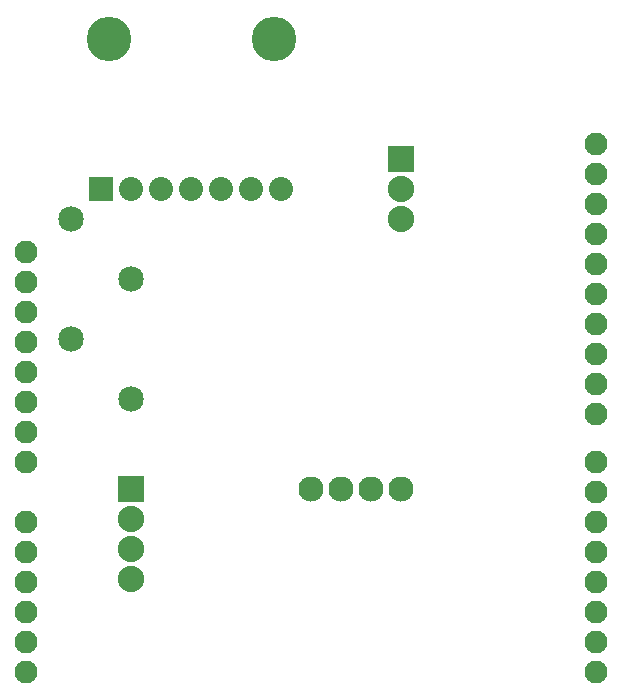
<source format=gbs>
G04 MADE WITH FRITZING*
G04 WWW.FRITZING.ORG*
G04 DOUBLE SIDED*
G04 HOLES PLATED*
G04 CONTOUR ON CENTER OF CONTOUR VECTOR*
%ASAXBY*%
%FSLAX23Y23*%
%MOIN*%
%OFA0B0*%
%SFA1.0B1.0*%
%ADD10C,0.085000*%
%ADD11C,0.088000*%
%ADD12C,0.148425*%
%ADD13C,0.080000*%
%ADD14C,0.083889*%
%ADD15C,0.076194*%
%ADD16C,0.076222*%
%ADD17R,0.088000X0.088000*%
%ADD18R,0.080000X0.080000*%
%LNMASK0*%
G90*
G70*
G54D10*
X2401Y2750D03*
X2401Y3150D03*
G54D11*
X2401Y2450D03*
X2401Y2350D03*
X2401Y2250D03*
X2401Y2150D03*
X3301Y3550D03*
X3301Y3450D03*
X3301Y3350D03*
G54D12*
X2326Y3950D03*
G54D13*
X2901Y3450D03*
X2301Y3450D03*
X2401Y3450D03*
G54D12*
X2876Y3950D03*
G54D13*
X2501Y3450D03*
X2601Y3450D03*
X2701Y3450D03*
X2801Y3450D03*
G54D14*
X3301Y2450D03*
X3201Y2450D03*
X3101Y2450D03*
X3001Y2450D03*
G54D10*
X2201Y2950D03*
X2201Y3350D03*
G54D15*
X2051Y2240D03*
X2051Y2140D03*
X2051Y2040D03*
X2051Y1940D03*
X2051Y1840D03*
G54D16*
X3951Y2700D03*
X3951Y2800D03*
X3951Y2900D03*
X3951Y3000D03*
X3951Y3100D03*
X3951Y3200D03*
X3951Y3300D03*
X3951Y3400D03*
X3951Y3500D03*
X3951Y3600D03*
X3951Y1840D03*
X3951Y1940D03*
X3951Y2040D03*
X3951Y2140D03*
X3951Y2240D03*
X3951Y2340D03*
X3951Y2440D03*
X3951Y2540D03*
G54D15*
X2051Y3140D03*
X2051Y3240D03*
X2051Y3040D03*
X2051Y2940D03*
X2051Y2840D03*
X2051Y2740D03*
X2051Y2640D03*
X2051Y2540D03*
X2051Y2340D03*
G54D17*
X2401Y2450D03*
X3301Y3550D03*
G54D18*
X2301Y3450D03*
G04 End of Mask0*
M02*
</source>
